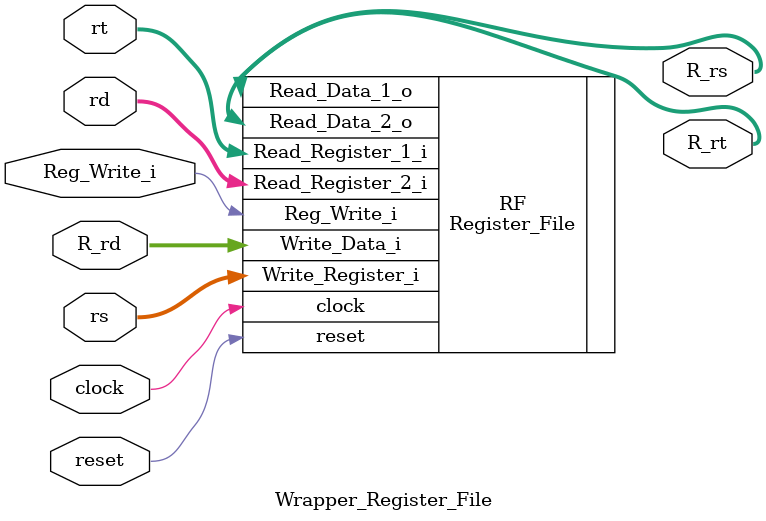
<source format=v>
/*
* Description:
*	Wrapper Register File
* Author:
*	Ing. Luis Eduardo Almonte De Luna
* Date:
*	23/11/2021
*/
module Wrapper_Register_File
#(
	parameter WIDTH = 32

)

(
	input clock,
	input reset,
	input Reg_Write_i,
	input [4:0] rs, //rs
	input [4:0] rt, //rt
	input [4:0] rd, //rd
	input [WIDTH-1:0] R_rd, //R[rd]
	
	output [WIDTH-1:0] R_rs, //R[rs]
	output [WIDTH-1:0] R_rt //R[rt]
);

Register_File RF (.Write_Register_i(rs), .Read_Register_1_i(rt), .Read_Register_2_i(rd),
						.Write_Data_i(R_rd), .clock(clock), .reset(reset), .Reg_Write_i(Reg_Write_i), 
						.Read_Data_1_o(R_rs), .Read_Data_2_o(R_rt));
						
endmodule

</source>
